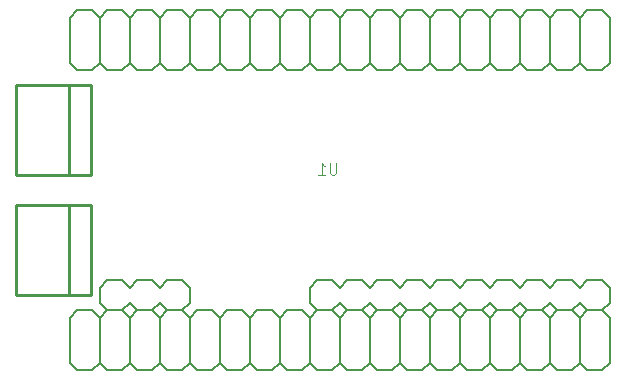
<source format=gbr>
G04 #@! TF.GenerationSoftware,KiCad,Pcbnew,(5.1.5-0-10_14)*
G04 #@! TF.CreationDate,2020-06-19T17:07:22+01:00*
G04 #@! TF.ProjectId,AIL_Workshop,41494c5f-576f-4726-9b73-686f702e6b69,rev?*
G04 #@! TF.SameCoordinates,Original*
G04 #@! TF.FileFunction,Legend,Bot*
G04 #@! TF.FilePolarity,Positive*
%FSLAX46Y46*%
G04 Gerber Fmt 4.6, Leading zero omitted, Abs format (unit mm)*
G04 Created by KiCad (PCBNEW (5.1.5-0-10_14)) date 2020-06-19 17:07:22*
%MOMM*%
%LPD*%
G04 APERTURE LIST*
%ADD10C,0.254000*%
%ADD11C,0.203200*%
%ADD12C,0.152400*%
%ADD13C,0.096520*%
G04 APERTURE END LIST*
D10*
X110425558Y-77455235D02*
X110425558Y-69835235D01*
X110425558Y-77455235D02*
X112330558Y-77455235D01*
X105980558Y-77455235D02*
X110425558Y-77455235D01*
X105980558Y-69835235D02*
X105980558Y-77455235D01*
X110425558Y-69835235D02*
X105980558Y-69835235D01*
X112330558Y-69835235D02*
X110425558Y-69835235D01*
X112330558Y-77455235D02*
X112330558Y-69835235D01*
X110427008Y-87616686D02*
X110427008Y-79996686D01*
X110427008Y-87616686D02*
X112332008Y-87616686D01*
X105982008Y-87616686D02*
X110427008Y-87616686D01*
X105982008Y-79996686D02*
X105982008Y-87616686D01*
X110427008Y-79996686D02*
X105982008Y-79996686D01*
X112332008Y-79996686D02*
X110427008Y-79996686D01*
X112332008Y-87616686D02*
X112332008Y-79996686D01*
D11*
X113030000Y-86995000D02*
X113030000Y-88265000D01*
X118745000Y-88900000D02*
X120015000Y-88900000D01*
X120650000Y-88265000D02*
X120015000Y-88900000D01*
X120015000Y-86360000D02*
X120650000Y-86995000D01*
X120650000Y-86995000D02*
X120650000Y-88265000D01*
X117475000Y-88900000D02*
X118110000Y-88265000D01*
X116205000Y-88900000D02*
X117475000Y-88900000D01*
X115570000Y-88265000D02*
X116205000Y-88900000D01*
X116205000Y-86360000D02*
X115570000Y-86995000D01*
X117475000Y-86360000D02*
X116205000Y-86360000D01*
X118110000Y-86995000D02*
X117475000Y-86360000D01*
X118110000Y-88265000D02*
X118745000Y-88900000D01*
X118745000Y-86360000D02*
X118110000Y-86995000D01*
X120015000Y-86360000D02*
X118745000Y-86360000D01*
X114935000Y-88900000D02*
X115570000Y-88265000D01*
X113665000Y-88900000D02*
X114935000Y-88900000D01*
X113030000Y-88265000D02*
X113665000Y-88900000D01*
X113665000Y-86360000D02*
X113030000Y-86995000D01*
X114935000Y-86360000D02*
X113665000Y-86360000D01*
X115570000Y-86995000D02*
X114935000Y-86360000D01*
D12*
X155575000Y-93980000D02*
X154305000Y-93980000D01*
X148590000Y-93345000D02*
X147955000Y-93980000D01*
X149225000Y-93980000D02*
X148590000Y-93345000D01*
X150495000Y-93980000D02*
X149225000Y-93980000D01*
X150495000Y-88900000D02*
X149225000Y-88900000D01*
X151130000Y-89535000D02*
X150495000Y-88900000D01*
X151765000Y-88900000D02*
X151130000Y-89535000D01*
X153035000Y-88900000D02*
X151765000Y-88900000D01*
X153670000Y-89535000D02*
X153035000Y-88900000D01*
X154305000Y-88900000D02*
X153670000Y-89535000D01*
X155575000Y-88900000D02*
X154305000Y-88900000D01*
X156210000Y-89535000D02*
X155575000Y-88900000D01*
X156210000Y-93345000D02*
X156210000Y-89535000D01*
X141605000Y-93980000D02*
X140970000Y-93345000D01*
X142875000Y-93980000D02*
X141605000Y-93980000D01*
X143510000Y-93345000D02*
X142875000Y-93980000D01*
X144145000Y-93980000D02*
X143510000Y-93345000D01*
X145415000Y-93980000D02*
X144145000Y-93980000D01*
X146050000Y-93345000D02*
X145415000Y-93980000D01*
X146685000Y-93980000D02*
X146050000Y-93345000D01*
X147955000Y-93980000D02*
X146685000Y-93980000D01*
X120015000Y-93980000D02*
X120650000Y-93345000D01*
X120015000Y-93980000D02*
X118745000Y-93980000D01*
X118110000Y-93345000D02*
X118745000Y-93980000D01*
X117475000Y-93980000D02*
X118110000Y-93345000D01*
X117475000Y-93980000D02*
X116205000Y-93980000D01*
X115570000Y-93345000D02*
X116205000Y-93980000D01*
X115570000Y-93345000D02*
X114935000Y-93980000D01*
X113665000Y-93980000D02*
X114935000Y-93980000D01*
X113030000Y-93345000D02*
X113665000Y-93980000D01*
X113030000Y-93345000D02*
X112395000Y-93980000D01*
X111125000Y-93980000D02*
X112395000Y-93980000D01*
X116205000Y-88900000D02*
X117475000Y-88900000D01*
X118110000Y-89535000D02*
X117475000Y-88900000D01*
X118745000Y-88900000D02*
X118110000Y-89535000D01*
X118745000Y-88900000D02*
X120015000Y-88900000D01*
X120650000Y-89535000D02*
X120015000Y-88900000D01*
X121285000Y-88900000D02*
X120650000Y-89535000D01*
X121285000Y-88900000D02*
X122555000Y-88900000D01*
X123190000Y-89535000D02*
X122555000Y-88900000D01*
X123825000Y-88900000D02*
X123190000Y-89535000D01*
X123825000Y-88900000D02*
X125095000Y-88900000D01*
X125730000Y-89535000D02*
X125095000Y-88900000D01*
X125730000Y-89535000D02*
X126365000Y-88900000D01*
X127635000Y-88900000D02*
X126365000Y-88900000D01*
X128270000Y-89535000D02*
X127635000Y-88900000D01*
X128905000Y-88900000D02*
X128270000Y-89535000D01*
X130175000Y-88900000D02*
X128905000Y-88900000D01*
X130810000Y-89535000D02*
X130175000Y-88900000D01*
X131445000Y-88900000D02*
X130810000Y-89535000D01*
X132715000Y-88900000D02*
X131445000Y-88900000D01*
X133350000Y-89535000D02*
X132715000Y-88900000D01*
X133985000Y-88900000D02*
X133350000Y-89535000D01*
X135255000Y-88900000D02*
X133985000Y-88900000D01*
X135890000Y-89535000D02*
X135255000Y-88900000D01*
X136525000Y-88900000D02*
X135890000Y-89535000D01*
X137795000Y-88900000D02*
X136525000Y-88900000D01*
X138430000Y-89535000D02*
X137795000Y-88900000D01*
X113030000Y-89535000D02*
X112395000Y-88900000D01*
X113665000Y-88900000D02*
X113030000Y-89535000D01*
X113665000Y-88900000D02*
X114935000Y-88900000D01*
X115570000Y-89535000D02*
X114935000Y-88900000D01*
X116205000Y-88900000D02*
X115570000Y-89535000D01*
X153670000Y-89535000D02*
X153670000Y-93345000D01*
X140970000Y-93345000D02*
X140335000Y-93980000D01*
X139065000Y-93980000D02*
X140335000Y-93980000D01*
X128270000Y-89535000D02*
X128270000Y-93345000D01*
X130810000Y-89535000D02*
X130810000Y-93345000D01*
X133350000Y-89535000D02*
X133350000Y-93345000D01*
X135890000Y-89535000D02*
X135890000Y-93345000D01*
X138430000Y-89535000D02*
X138430000Y-93345000D01*
X140970000Y-89535000D02*
X140970000Y-93345000D01*
X154305000Y-93980000D02*
X153670000Y-93345000D01*
X153035000Y-93980000D02*
X151765000Y-93980000D01*
X110490000Y-89535000D02*
X110490000Y-93345000D01*
X113030000Y-89535000D02*
X113030000Y-93345000D01*
X115570000Y-89535000D02*
X115570000Y-93345000D01*
X128270000Y-93345000D02*
X128905000Y-93980000D01*
X128270000Y-93345000D02*
X127635000Y-93980000D01*
X126365000Y-93980000D02*
X127635000Y-93980000D01*
X141605000Y-88900000D02*
X140970000Y-89535000D01*
X142875000Y-88900000D02*
X141605000Y-88900000D01*
X143510000Y-89535000D02*
X142875000Y-88900000D01*
X144145000Y-88900000D02*
X143510000Y-89535000D01*
X145415000Y-88900000D02*
X144145000Y-88900000D01*
X146050000Y-89535000D02*
X145415000Y-88900000D01*
X146685000Y-88900000D02*
X146050000Y-89535000D01*
X118110000Y-89535000D02*
X118110000Y-93345000D01*
X120650000Y-89535000D02*
X120650000Y-93345000D01*
X123190000Y-89535000D02*
X123190000Y-93345000D01*
X125730000Y-89535000D02*
X125730000Y-93345000D01*
X156210000Y-93345000D02*
X155575000Y-93980000D01*
X153670000Y-93345000D02*
X153035000Y-93980000D01*
X138430000Y-93345000D02*
X139065000Y-93980000D01*
X138430000Y-93345000D02*
X137795000Y-93980000D01*
X136525000Y-93980000D02*
X137795000Y-93980000D01*
X151765000Y-93980000D02*
X151130000Y-93345000D01*
X143510000Y-89535000D02*
X143510000Y-93345000D01*
X146050000Y-89535000D02*
X146050000Y-93345000D01*
X148590000Y-89535000D02*
X148590000Y-93345000D01*
X151130000Y-89535000D02*
X151130000Y-93345000D01*
X147955000Y-88900000D02*
X146685000Y-88900000D01*
X148590000Y-89535000D02*
X147955000Y-88900000D01*
X149225000Y-88900000D02*
X148590000Y-89535000D01*
X135890000Y-93345000D02*
X136525000Y-93980000D01*
X135890000Y-93345000D02*
X135255000Y-93980000D01*
X133985000Y-93980000D02*
X135255000Y-93980000D01*
X133350000Y-93345000D02*
X133985000Y-93980000D01*
X133350000Y-93345000D02*
X132715000Y-93980000D01*
X131445000Y-93980000D02*
X132715000Y-93980000D01*
X130810000Y-93345000D02*
X131445000Y-93980000D01*
X130810000Y-93345000D02*
X130175000Y-93980000D01*
X128905000Y-93980000D02*
X130175000Y-93980000D01*
X125730000Y-93345000D02*
X126365000Y-93980000D01*
X125730000Y-93345000D02*
X125095000Y-93980000D01*
X123825000Y-93980000D02*
X125095000Y-93980000D01*
X123190000Y-93345000D02*
X123825000Y-93980000D01*
X123190000Y-93345000D02*
X122555000Y-93980000D01*
X121285000Y-93980000D02*
X122555000Y-93980000D01*
X120650000Y-93345000D02*
X121285000Y-93980000D01*
X151130000Y-93345000D02*
X150495000Y-93980000D01*
X110490000Y-93345000D02*
X111125000Y-93980000D01*
X111125000Y-88900000D02*
X110490000Y-89535000D01*
X111125000Y-88900000D02*
X112395000Y-88900000D01*
X139065000Y-88900000D02*
X138430000Y-89535000D01*
X140335000Y-88900000D02*
X139065000Y-88900000D01*
X140970000Y-89535000D02*
X140335000Y-88900000D01*
D11*
X131445000Y-88900000D02*
X132715000Y-88900000D01*
X133350000Y-88265000D02*
X132715000Y-88900000D01*
X132715000Y-86360000D02*
X133350000Y-86995000D01*
X130810000Y-88265000D02*
X131445000Y-88900000D01*
X130810000Y-86995000D02*
X130810000Y-88265000D01*
X131445000Y-86360000D02*
X130810000Y-86995000D01*
X132715000Y-86360000D02*
X131445000Y-86360000D01*
X133985000Y-88900000D02*
X135255000Y-88900000D01*
X135890000Y-88265000D02*
X135255000Y-88900000D01*
X135255000Y-86360000D02*
X135890000Y-86995000D01*
X133350000Y-88265000D02*
X133985000Y-88900000D01*
X133985000Y-86360000D02*
X133350000Y-86995000D01*
X135255000Y-86360000D02*
X133985000Y-86360000D01*
X136525000Y-88900000D02*
X137795000Y-88900000D01*
X138430000Y-88265000D02*
X137795000Y-88900000D01*
X137795000Y-86360000D02*
X138430000Y-86995000D01*
X135890000Y-88265000D02*
X136525000Y-88900000D01*
X136525000Y-86360000D02*
X135890000Y-86995000D01*
X137795000Y-86360000D02*
X136525000Y-86360000D01*
X154305000Y-88900000D02*
X155575000Y-88900000D01*
X156210000Y-88265000D02*
X155575000Y-88900000D01*
X155575000Y-86360000D02*
X156210000Y-86995000D01*
X156210000Y-86995000D02*
X156210000Y-88265000D01*
X153035000Y-88900000D02*
X153670000Y-88265000D01*
X151765000Y-88900000D02*
X153035000Y-88900000D01*
X151130000Y-88265000D02*
X151765000Y-88900000D01*
X151765000Y-86360000D02*
X151130000Y-86995000D01*
X153035000Y-86360000D02*
X151765000Y-86360000D01*
X153670000Y-86995000D02*
X153035000Y-86360000D01*
X153670000Y-88265000D02*
X154305000Y-88900000D01*
X154305000Y-86360000D02*
X153670000Y-86995000D01*
X155575000Y-86360000D02*
X154305000Y-86360000D01*
X146685000Y-88900000D02*
X147955000Y-88900000D01*
X148590000Y-88265000D02*
X147955000Y-88900000D01*
X147955000Y-86360000D02*
X148590000Y-86995000D01*
X150495000Y-88900000D02*
X151130000Y-88265000D01*
X149225000Y-88900000D02*
X150495000Y-88900000D01*
X148590000Y-88265000D02*
X149225000Y-88900000D01*
X149225000Y-86360000D02*
X148590000Y-86995000D01*
X150495000Y-86360000D02*
X149225000Y-86360000D01*
X151130000Y-86995000D02*
X150495000Y-86360000D01*
X145415000Y-88900000D02*
X146050000Y-88265000D01*
X144145000Y-88900000D02*
X145415000Y-88900000D01*
X143510000Y-88265000D02*
X144145000Y-88900000D01*
X144145000Y-86360000D02*
X143510000Y-86995000D01*
X145415000Y-86360000D02*
X144145000Y-86360000D01*
X146050000Y-86995000D02*
X145415000Y-86360000D01*
X146050000Y-88265000D02*
X146685000Y-88900000D01*
X146685000Y-86360000D02*
X146050000Y-86995000D01*
X147955000Y-86360000D02*
X146685000Y-86360000D01*
X139065000Y-88900000D02*
X140335000Y-88900000D01*
X140970000Y-88265000D02*
X140335000Y-88900000D01*
X140335000Y-86360000D02*
X140970000Y-86995000D01*
X142875000Y-88900000D02*
X143510000Y-88265000D01*
X141605000Y-88900000D02*
X142875000Y-88900000D01*
X140970000Y-88265000D02*
X141605000Y-88900000D01*
X141605000Y-86360000D02*
X140970000Y-86995000D01*
X142875000Y-86360000D02*
X141605000Y-86360000D01*
X143510000Y-86995000D02*
X142875000Y-86360000D01*
X138430000Y-88265000D02*
X139065000Y-88900000D01*
X139065000Y-86360000D02*
X138430000Y-86995000D01*
X140335000Y-86360000D02*
X139065000Y-86360000D01*
D12*
X110490000Y-64135000D02*
X110490000Y-67945000D01*
X113030000Y-64135000D02*
X113030000Y-67945000D01*
X115570000Y-64135000D02*
X115570000Y-67945000D01*
X118110000Y-64135000D02*
X118110000Y-67945000D01*
X120650000Y-64135000D02*
X120650000Y-67945000D01*
X123190000Y-64135000D02*
X123190000Y-67945000D01*
X125730000Y-64135000D02*
X125730000Y-67945000D01*
X128270000Y-64135000D02*
X128270000Y-67945000D01*
X130810000Y-64135000D02*
X130810000Y-67945000D01*
X133350000Y-64135000D02*
X133350000Y-67945000D01*
X135890000Y-64135000D02*
X135890000Y-67945000D01*
X138430000Y-64135000D02*
X138430000Y-67945000D01*
X140970000Y-64135000D02*
X140970000Y-67945000D01*
X143510000Y-64135000D02*
X143510000Y-67945000D01*
X146050000Y-64135000D02*
X146050000Y-67945000D01*
X148590000Y-64135000D02*
X148590000Y-67945000D01*
X151130000Y-64135000D02*
X151130000Y-67945000D01*
X153670000Y-64135000D02*
X153670000Y-67945000D01*
X140970000Y-67945000D02*
X140335000Y-68580000D01*
X139065000Y-68580000D02*
X140335000Y-68580000D01*
X138430000Y-67945000D02*
X139065000Y-68580000D01*
X138430000Y-67945000D02*
X137795000Y-68580000D01*
X136525000Y-68580000D02*
X137795000Y-68580000D01*
X135890000Y-67945000D02*
X136525000Y-68580000D01*
X135890000Y-67945000D02*
X135255000Y-68580000D01*
X133985000Y-68580000D02*
X135255000Y-68580000D01*
X133350000Y-67945000D02*
X133985000Y-68580000D01*
X133350000Y-67945000D02*
X132715000Y-68580000D01*
X131445000Y-68580000D02*
X132715000Y-68580000D01*
X130810000Y-67945000D02*
X131445000Y-68580000D01*
X130810000Y-67945000D02*
X130175000Y-68580000D01*
X128905000Y-68580000D02*
X130175000Y-68580000D01*
X128270000Y-67945000D02*
X128905000Y-68580000D01*
X128270000Y-67945000D02*
X127635000Y-68580000D01*
X126365000Y-68580000D02*
X127635000Y-68580000D01*
X125730000Y-67945000D02*
X126365000Y-68580000D01*
X125730000Y-67945000D02*
X125095000Y-68580000D01*
X123825000Y-68580000D02*
X125095000Y-68580000D01*
X123190000Y-67945000D02*
X123825000Y-68580000D01*
X123190000Y-67945000D02*
X122555000Y-68580000D01*
X121285000Y-68580000D02*
X122555000Y-68580000D01*
X120650000Y-67945000D02*
X121285000Y-68580000D01*
X120015000Y-68580000D02*
X120650000Y-67945000D01*
X120015000Y-68580000D02*
X118745000Y-68580000D01*
X118110000Y-67945000D02*
X118745000Y-68580000D01*
X117475000Y-68580000D02*
X118110000Y-67945000D01*
X117475000Y-68580000D02*
X116205000Y-68580000D01*
X115570000Y-67945000D02*
X116205000Y-68580000D01*
X115570000Y-67945000D02*
X114935000Y-68580000D01*
X113665000Y-68580000D02*
X114935000Y-68580000D01*
X113030000Y-67945000D02*
X113665000Y-68580000D01*
X113030000Y-67945000D02*
X112395000Y-68580000D01*
X111125000Y-68580000D02*
X112395000Y-68580000D01*
X110490000Y-67945000D02*
X111125000Y-68580000D01*
X111125000Y-63500000D02*
X110490000Y-64135000D01*
X111125000Y-63500000D02*
X112395000Y-63500000D01*
X113030000Y-64135000D02*
X112395000Y-63500000D01*
X113665000Y-63500000D02*
X113030000Y-64135000D01*
X113665000Y-63500000D02*
X114935000Y-63500000D01*
X115570000Y-64135000D02*
X114935000Y-63500000D01*
X116205000Y-63500000D02*
X115570000Y-64135000D01*
X116205000Y-63500000D02*
X117475000Y-63500000D01*
X118110000Y-64135000D02*
X117475000Y-63500000D01*
X118745000Y-63500000D02*
X118110000Y-64135000D01*
X118745000Y-63500000D02*
X120015000Y-63500000D01*
X120650000Y-64135000D02*
X120015000Y-63500000D01*
X121285000Y-63500000D02*
X120650000Y-64135000D01*
X121285000Y-63500000D02*
X122555000Y-63500000D01*
X123190000Y-64135000D02*
X122555000Y-63500000D01*
X123825000Y-63500000D02*
X123190000Y-64135000D01*
X123825000Y-63500000D02*
X125095000Y-63500000D01*
X125730000Y-64135000D02*
X125095000Y-63500000D01*
X125730000Y-64135000D02*
X126365000Y-63500000D01*
X127635000Y-63500000D02*
X126365000Y-63500000D01*
X128270000Y-64135000D02*
X127635000Y-63500000D01*
X128905000Y-63500000D02*
X128270000Y-64135000D01*
X130175000Y-63500000D02*
X128905000Y-63500000D01*
X130810000Y-64135000D02*
X130175000Y-63500000D01*
X131445000Y-63500000D02*
X130810000Y-64135000D01*
X132715000Y-63500000D02*
X131445000Y-63500000D01*
X133350000Y-64135000D02*
X132715000Y-63500000D01*
X133985000Y-63500000D02*
X133350000Y-64135000D01*
X135255000Y-63500000D02*
X133985000Y-63500000D01*
X135890000Y-64135000D02*
X135255000Y-63500000D01*
X136525000Y-63500000D02*
X135890000Y-64135000D01*
X137795000Y-63500000D02*
X136525000Y-63500000D01*
X138430000Y-64135000D02*
X137795000Y-63500000D01*
X139065000Y-63500000D02*
X138430000Y-64135000D01*
X140335000Y-63500000D02*
X139065000Y-63500000D01*
X140970000Y-64135000D02*
X140335000Y-63500000D01*
X141605000Y-63500000D02*
X140970000Y-64135000D01*
X142875000Y-63500000D02*
X141605000Y-63500000D01*
X143510000Y-64135000D02*
X142875000Y-63500000D01*
X144145000Y-63500000D02*
X143510000Y-64135000D01*
X145415000Y-63500000D02*
X144145000Y-63500000D01*
X146050000Y-64135000D02*
X145415000Y-63500000D01*
X146685000Y-63500000D02*
X146050000Y-64135000D01*
X147955000Y-63500000D02*
X146685000Y-63500000D01*
X148590000Y-64135000D02*
X147955000Y-63500000D01*
X149225000Y-63500000D02*
X148590000Y-64135000D01*
X150495000Y-63500000D02*
X149225000Y-63500000D01*
X151130000Y-64135000D02*
X150495000Y-63500000D01*
X151765000Y-63500000D02*
X151130000Y-64135000D01*
X153035000Y-63500000D02*
X151765000Y-63500000D01*
X153670000Y-64135000D02*
X153035000Y-63500000D01*
X154305000Y-63500000D02*
X153670000Y-64135000D01*
X155575000Y-63500000D02*
X154305000Y-63500000D01*
X156210000Y-64135000D02*
X155575000Y-63500000D01*
X156210000Y-67945000D02*
X156210000Y-64135000D01*
X141605000Y-68580000D02*
X140970000Y-67945000D01*
X142875000Y-68580000D02*
X141605000Y-68580000D01*
X143510000Y-67945000D02*
X142875000Y-68580000D01*
X144145000Y-68580000D02*
X143510000Y-67945000D01*
X145415000Y-68580000D02*
X144145000Y-68580000D01*
X146050000Y-67945000D02*
X145415000Y-68580000D01*
X146685000Y-68580000D02*
X146050000Y-67945000D01*
X147955000Y-68580000D02*
X146685000Y-68580000D01*
X148590000Y-67945000D02*
X147955000Y-68580000D01*
X149225000Y-68580000D02*
X148590000Y-67945000D01*
X150495000Y-68580000D02*
X149225000Y-68580000D01*
X151130000Y-67945000D02*
X150495000Y-68580000D01*
X151765000Y-68580000D02*
X151130000Y-67945000D01*
X153035000Y-68580000D02*
X151765000Y-68580000D01*
X153670000Y-67945000D02*
X153035000Y-68580000D01*
X154305000Y-68580000D02*
X153670000Y-67945000D01*
X155575000Y-68580000D02*
X154305000Y-68580000D01*
X156210000Y-67945000D02*
X155575000Y-68580000D01*
D13*
X133057452Y-76458838D02*
X133057452Y-77240190D01*
X133011490Y-77332114D01*
X132965528Y-77378076D01*
X132873604Y-77424038D01*
X132689757Y-77424038D01*
X132597833Y-77378076D01*
X132551871Y-77332114D01*
X132505909Y-77240190D01*
X132505909Y-76458838D01*
X131540709Y-77424038D02*
X132092252Y-77424038D01*
X131816481Y-77424038D02*
X131816481Y-76458838D01*
X131908404Y-76596723D01*
X132000328Y-76688647D01*
X132092252Y-76734609D01*
M02*

</source>
